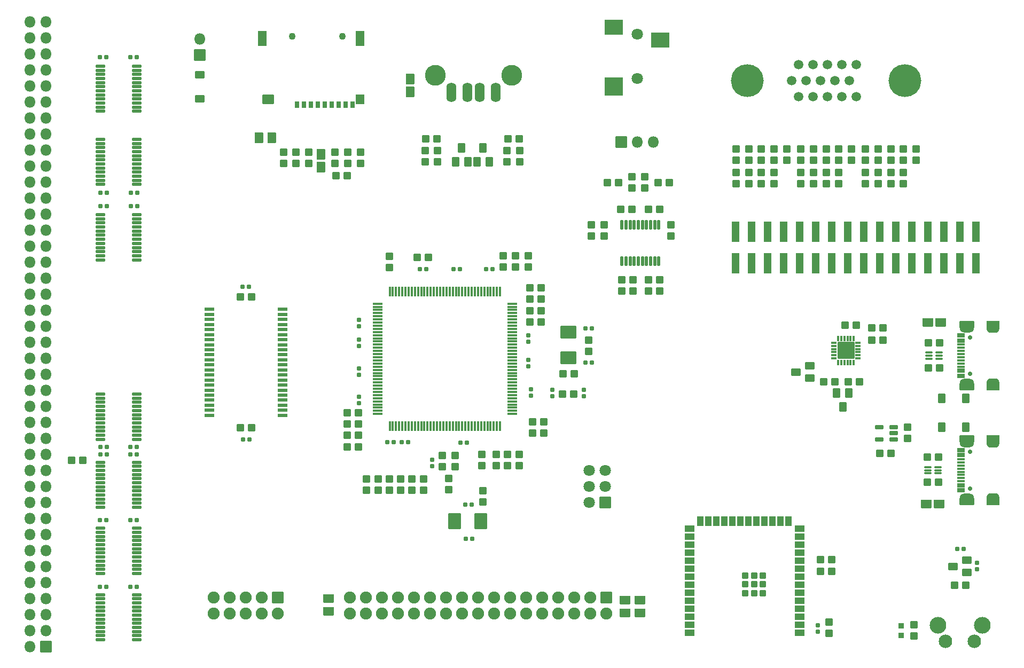
<source format=gbr>
%TF.GenerationSoftware,KiCad,Pcbnew,9.0.0*%
%TF.CreationDate,2025-05-18T10:37:10+02:00*%
%TF.ProjectId,HexAgon,48657841-676f-46e2-9e6b-696361645f70,rev?*%
%TF.SameCoordinates,Original*%
%TF.FileFunction,Soldermask,Top*%
%TF.FilePolarity,Negative*%
%FSLAX46Y46*%
G04 Gerber Fmt 4.6, Leading zero omitted, Abs format (unit mm)*
G04 Created by KiCad (PCBNEW 9.0.0) date 2025-05-18 10:37:10*
%MOMM*%
%LPD*%
G01*
G04 APERTURE LIST*
G04 Aperture macros list*
%AMRoundRect*
0 Rectangle with rounded corners*
0 $1 Rounding radius*
0 $2 $3 $4 $5 $6 $7 $8 $9 X,Y pos of 4 corners*
0 Add a 4 corners polygon primitive as box body*
4,1,4,$2,$3,$4,$5,$6,$7,$8,$9,$2,$3,0*
0 Add four circle primitives for the rounded corners*
1,1,$1+$1,$2,$3*
1,1,$1+$1,$4,$5*
1,1,$1+$1,$6,$7*
1,1,$1+$1,$8,$9*
0 Add four rect primitives between the rounded corners*
20,1,$1+$1,$2,$3,$4,$5,0*
20,1,$1+$1,$4,$5,$6,$7,0*
20,1,$1+$1,$6,$7,$8,$9,0*
20,1,$1+$1,$8,$9,$2,$3,0*%
G04 Aperture macros list end*
%ADD10RoundRect,0.050800X0.850000X0.850000X-0.850000X0.850000X-0.850000X-0.850000X0.850000X-0.850000X0*%
%ADD11O,1.801600X1.801600*%
%ADD12RoundRect,0.050800X0.750000X0.450000X-0.750000X0.450000X-0.750000X-0.450000X0.750000X-0.450000X0*%
%ADD13RoundRect,0.050800X-0.450000X0.750000X-0.450000X-0.750000X0.450000X-0.750000X0.450000X0.750000X0*%
%ADD14RoundRect,0.050800X-0.750000X-0.450000X0.750000X-0.450000X0.750000X0.450000X-0.750000X0.450000X0*%
%ADD15RoundRect,0.050800X-0.450000X-0.450000X0.450000X-0.450000X0.450000X0.450000X-0.450000X0.450000X0*%
%ADD16C,0.701600*%
%ADD17RoundRect,0.050800X1.100000X-0.550000X1.100000X0.550000X-1.100000X0.550000X-1.100000X-0.550000X0*%
%ADD18O,2.301600X1.301600*%
%ADD19RoundRect,0.050800X1.000000X-0.550000X1.000000X0.550000X-1.000000X0.550000X-1.000000X-0.550000X0*%
%ADD20O,2.101600X1.401600*%
%ADD21RoundRect,0.050800X0.575000X-0.275000X0.575000X0.275000X-0.575000X0.275000X-0.575000X-0.275000X0*%
%ADD22RoundRect,0.050800X0.575000X-0.125000X0.575000X0.125000X-0.575000X0.125000X-0.575000X-0.125000X0*%
%ADD23RoundRect,0.050800X0.500000X0.125000X-0.500000X0.125000X-0.500000X-0.125000X0.500000X-0.125000X0*%
%ADD24RoundRect,0.100400X-0.687900X-0.100400X0.687900X-0.100400X0.687900X0.100400X-0.687900X0.100400X0*%
%ADD25RoundRect,0.100400X-0.100400X-0.687900X0.100400X-0.687900X0.100400X0.687900X-0.100400X0.687900X0*%
%ADD26RoundRect,0.050800X-0.508000X0.508000X-0.508000X-0.508000X0.508000X-0.508000X0.508000X0.508000X0*%
%ADD27RoundRect,0.050800X0.250000X0.275000X-0.250000X0.275000X-0.250000X-0.275000X0.250000X-0.275000X0*%
%ADD28RoundRect,0.050800X-0.250000X-0.275000X0.250000X-0.275000X0.250000X0.275000X-0.250000X0.275000X0*%
%ADD29RoundRect,0.050800X0.508000X0.508000X-0.508000X0.508000X-0.508000X-0.508000X0.508000X-0.508000X0*%
%ADD30RoundRect,0.050800X-0.500000X-0.700000X0.500000X-0.700000X0.500000X0.700000X-0.500000X0.700000X0*%
%ADD31RoundRect,0.050800X-0.950000X-1.200000X0.950000X-1.200000X0.950000X1.200000X-0.950000X1.200000X0*%
%ADD32RoundRect,0.050800X-0.275000X0.250000X-0.275000X-0.250000X0.275000X-0.250000X0.275000X0.250000X0*%
%ADD33RoundRect,0.050800X0.275000X-0.250000X0.275000X0.250000X-0.275000X0.250000X-0.275000X-0.250000X0*%
%ADD34RoundRect,0.050800X0.762000X0.635000X-0.762000X0.635000X-0.762000X-0.635000X0.762000X-0.635000X0*%
%ADD35RoundRect,0.050800X0.850000X-0.850000X0.850000X0.850000X-0.850000X0.850000X-0.850000X-0.850000X0*%
%ADD36C,1.801600*%
%ADD37RoundRect,0.050800X-0.700000X-0.500000X0.700000X-0.500000X0.700000X0.500000X-0.700000X0.500000X0*%
%ADD38RoundRect,0.050800X-0.508000X-0.508000X0.508000X-0.508000X0.508000X0.508000X-0.508000X0.508000X0*%
%ADD39RoundRect,0.050800X0.508000X-0.508000X0.508000X0.508000X-0.508000X0.508000X-0.508000X-0.508000X0*%
%ADD40RoundRect,0.125400X-0.125400X0.662900X-0.125400X-0.662900X0.125400X-0.662900X0.125400X0.662900X0*%
%ADD41C,2.641600*%
%ADD42C,2.133600*%
%ADD43RoundRect,0.050800X-0.500000X0.700000X-0.500000X-0.700000X0.500000X-0.700000X0.500000X0.700000X0*%
%ADD44RoundRect,0.050800X-0.635000X0.762000X-0.635000X-0.762000X0.635000X-0.762000X0.635000X0.762000X0*%
%ADD45RoundRect,0.050800X0.700000X-0.500000X0.700000X0.500000X-0.700000X0.500000X-0.700000X-0.500000X0*%
%ADD46RoundRect,0.050800X0.875000X0.875000X-0.875000X0.875000X-0.875000X-0.875000X0.875000X-0.875000X0*%
%ADD47C,1.901600*%
%ADD48RoundRect,0.125400X0.662900X0.125400X-0.662900X0.125400X-0.662900X-0.125400X0.662900X-0.125400X0*%
%ADD49RoundRect,0.125400X-0.662900X-0.125400X0.662900X-0.125400X0.662900X0.125400X-0.662900X0.125400X0*%
%ADD50RoundRect,0.050800X0.500000X-1.575000X0.500000X1.575000X-0.500000X1.575000X-0.500000X-1.575000X0*%
%ADD51RoundRect,0.087900X0.375400X0.087900X-0.375400X0.087900X-0.375400X-0.087900X0.375400X-0.087900X0*%
%ADD52RoundRect,0.087900X0.087900X0.375400X-0.087900X0.375400X-0.087900X-0.375400X0.087900X-0.375400X0*%
%ADD53RoundRect,0.050800X1.300000X1.300000X-1.300000X1.300000X-1.300000X-1.300000X1.300000X-1.300000X0*%
%ADD54RoundRect,0.050800X-0.762000X-0.635000X0.762000X-0.635000X0.762000X0.635000X-0.762000X0.635000X0*%
%ADD55RoundRect,0.050800X-0.400000X0.400000X-0.400000X-0.400000X0.400000X-0.400000X0.400000X0.400000X0*%
%ADD56RoundRect,0.050800X-0.750000X0.200000X-0.750000X-0.200000X0.750000X-0.200000X0.750000X0.200000X0*%
%ADD57O,1.601600X3.101600*%
%ADD58C,3.301600*%
%ADD59RoundRect,0.050800X0.635000X-0.762000X0.635000X0.762000X-0.635000X0.762000X-0.635000X-0.762000X0*%
%ADD60R,0.700000X1.100000*%
%ADD61C,1.101600*%
%ADD62RoundRect,0.100000X-0.600000X-0.700000X0.600000X-0.700000X0.600000X0.700000X-0.600000X0.700000X0*%
%ADD63RoundRect,0.100000X-0.800000X-0.700000X0.800000X-0.700000X0.800000X0.700000X-0.800000X0.700000X0*%
%ADD64RoundRect,0.100000X-0.600000X-1.100000X0.600000X-1.100000X0.600000X1.100000X-0.600000X1.100000X0*%
%ADD65RoundRect,0.175400X0.537900X0.175400X-0.537900X0.175400X-0.537900X-0.175400X0.537900X-0.175400X0*%
%ADD66RoundRect,0.050800X-1.400000X-1.100000X1.400000X-1.100000X1.400000X1.100000X-1.400000X1.100000X0*%
%ADD67RoundRect,0.050800X-1.400000X-1.400000X1.400000X-1.400000X1.400000X1.400000X-1.400000X1.400000X0*%
%ADD68C,1.501600*%
%ADD69C,5.201600*%
%ADD70RoundRect,0.050800X0.500000X-0.700000X0.500000X0.700000X-0.500000X0.700000X-0.500000X-0.700000X0*%
%ADD71RoundRect,0.050800X-1.200000X0.950000X-1.200000X-0.950000X1.200000X-0.950000X1.200000X0.950000X0*%
G04 APERTURE END LIST*
D10*
%TO.C,J2*%
X86040000Y-144540000D03*
D11*
X83500000Y-144540000D03*
X86040000Y-142000000D03*
X83500000Y-142000000D03*
X86040000Y-139460000D03*
X83500000Y-139460000D03*
X86040000Y-136920000D03*
X83500000Y-136920000D03*
X86040000Y-134380000D03*
X83500000Y-134380000D03*
X86040000Y-131840000D03*
X83500000Y-131840000D03*
X86040000Y-129300000D03*
X83500000Y-129300000D03*
X86040000Y-126760000D03*
X83500000Y-126760000D03*
X86040000Y-124220000D03*
X83500000Y-124220000D03*
X86040000Y-121680000D03*
X83500000Y-121680000D03*
X86040000Y-119140000D03*
X83500000Y-119140000D03*
X86040000Y-116600000D03*
X83500000Y-116600000D03*
X86040000Y-114060000D03*
X83500000Y-114060000D03*
X86040000Y-111520000D03*
X83500000Y-111520000D03*
X86040000Y-108980000D03*
X83500000Y-108980000D03*
X86040000Y-106440000D03*
X83500000Y-106440000D03*
X86040000Y-103900000D03*
X83500000Y-103900000D03*
X86040000Y-101360000D03*
X83500000Y-101360000D03*
X86040000Y-98820000D03*
X83500000Y-98820000D03*
X86040000Y-96280000D03*
X83500000Y-96280000D03*
X86040000Y-93740000D03*
X83500000Y-93740000D03*
X86040000Y-91200000D03*
X83500000Y-91200000D03*
X86040000Y-88660000D03*
X83500000Y-88660000D03*
X86040000Y-86120000D03*
X83500000Y-86120000D03*
X86040000Y-83580000D03*
X83500000Y-83580000D03*
X86040000Y-81040000D03*
X83500000Y-81040000D03*
X86040000Y-78500000D03*
X83500000Y-78500000D03*
X86040000Y-75960000D03*
X83500000Y-75960000D03*
X86040000Y-73420000D03*
X83500000Y-73420000D03*
X86040000Y-70880000D03*
X83500000Y-70880000D03*
X86040000Y-68340000D03*
X83500000Y-68340000D03*
X86040000Y-65800000D03*
X83500000Y-65800000D03*
X86040000Y-63260000D03*
X83500000Y-63260000D03*
X86040000Y-60720000D03*
X83500000Y-60720000D03*
X86040000Y-58180000D03*
X83500000Y-58180000D03*
X86040000Y-55640000D03*
X83500000Y-55640000D03*
X86040000Y-53100000D03*
X83500000Y-53100000D03*
X86040000Y-50560000D03*
X83500000Y-50560000D03*
X86040000Y-48020000D03*
X83500000Y-48020000D03*
X86040000Y-45480000D03*
X83500000Y-45480000D03*
%TD*%
D12*
%TO.C,U2*%
X205500000Y-142400000D03*
X205500000Y-141130000D03*
X205500000Y-139860000D03*
X205500000Y-138590000D03*
X205500000Y-137320000D03*
X205500000Y-136050000D03*
X205500000Y-134780000D03*
X205500000Y-133510000D03*
X205500000Y-132240000D03*
X205500000Y-130970000D03*
X205500000Y-129700000D03*
X205500000Y-128430000D03*
X205500000Y-127160000D03*
X205500000Y-125890000D03*
D13*
X203735000Y-124640000D03*
X202465000Y-124640000D03*
X201195000Y-124640000D03*
X199925000Y-124640000D03*
X198655000Y-124640000D03*
X197385000Y-124640000D03*
X196115000Y-124640000D03*
X194845000Y-124640000D03*
X193575000Y-124640000D03*
X192305000Y-124640000D03*
X191035000Y-124640000D03*
X189765000Y-124640000D03*
D14*
X188000000Y-125890000D03*
X188000000Y-127160000D03*
X188000000Y-128430000D03*
X188000000Y-129700000D03*
X188000000Y-130970000D03*
X188000000Y-132240000D03*
X188000000Y-133510000D03*
X188000000Y-134780000D03*
X188000000Y-136050000D03*
X188000000Y-137320000D03*
X188000000Y-138590000D03*
X188000000Y-139860000D03*
X188000000Y-141130000D03*
X188000000Y-142400000D03*
D15*
X199650000Y-136080000D03*
X199650000Y-134680000D03*
X199650000Y-133280000D03*
X199650000Y-133280000D03*
X198250000Y-136080000D03*
X198250000Y-136080000D03*
X198250000Y-134680000D03*
X198250000Y-133280000D03*
X196850000Y-136080000D03*
X196850000Y-134680000D03*
X196850000Y-133280000D03*
%TD*%
D16*
%TO.C,USBC_UART0*%
X232455312Y-95531038D03*
X232455312Y-101311038D03*
D17*
X231955312Y-93493438D03*
D18*
X231955312Y-94101038D03*
X231955312Y-102741038D03*
D17*
X231955312Y-103348638D03*
D19*
X236135312Y-93493438D03*
D20*
X236135312Y-94101038D03*
X236135312Y-102741038D03*
D19*
X236135312Y-103348638D03*
D21*
X231053312Y-101621038D03*
X231053312Y-100821038D03*
D22*
X231053312Y-99671038D03*
X231053312Y-98671038D03*
X231053312Y-98171038D03*
X231053312Y-97171038D03*
D21*
X231053312Y-96021038D03*
X231053312Y-95221038D03*
X231053312Y-95221038D03*
X231053312Y-96021038D03*
D22*
X231053312Y-96671038D03*
X231053312Y-97671038D03*
X231053312Y-99171038D03*
X231053312Y-100171038D03*
D21*
X231053312Y-100821038D03*
X231053312Y-101621038D03*
%TD*%
%TO.C,USBC_OTG0*%
X231053312Y-119800000D03*
X231053312Y-119000000D03*
D22*
X231053312Y-118350000D03*
X231053312Y-117350000D03*
X231053312Y-115850000D03*
X231053312Y-114850000D03*
D21*
X231053312Y-114200000D03*
X231053312Y-113400000D03*
X231053312Y-113400000D03*
X231053312Y-114200000D03*
D22*
X231053312Y-115350000D03*
X231053312Y-116350000D03*
X231053312Y-116850000D03*
X231053312Y-117850000D03*
D21*
X231053312Y-119000000D03*
X231053312Y-119800000D03*
D19*
X236135312Y-121527600D03*
D20*
X236135312Y-120920000D03*
X236135312Y-112280000D03*
D19*
X236135312Y-111672400D03*
D17*
X231955312Y-121527600D03*
D18*
X231955312Y-120920000D03*
X231955312Y-112280000D03*
D17*
X231955312Y-111672400D03*
D16*
X232455312Y-119490000D03*
X232455312Y-113710000D03*
%TD*%
D23*
%TO.C,U7*%
X225990000Y-98900000D03*
X225990000Y-98400000D03*
X225990000Y-97900000D03*
X227610000Y-97900000D03*
X227610000Y-98400000D03*
X227610000Y-98900000D03*
%TD*%
D24*
%TO.C,U5*%
X138587500Y-90187500D03*
X138587500Y-90687500D03*
X138587500Y-91187500D03*
X138587500Y-91687500D03*
X138587500Y-92187500D03*
X138587500Y-92687500D03*
X138587500Y-93187500D03*
X138587500Y-93687500D03*
X138587500Y-94187500D03*
X138587500Y-94687500D03*
X138587500Y-95187500D03*
X138587500Y-95687500D03*
X138587500Y-96187500D03*
X138587500Y-96687500D03*
X138587500Y-97187500D03*
X138587500Y-97687500D03*
X138587500Y-98187500D03*
X138587500Y-98687500D03*
X138587500Y-99187500D03*
X138587500Y-99687500D03*
X138587500Y-100187500D03*
X138587500Y-100687500D03*
X138587500Y-101187500D03*
X138587500Y-101687500D03*
X138587500Y-102187500D03*
X138587500Y-102687500D03*
X138587500Y-103187500D03*
X138587500Y-103687500D03*
X138587500Y-104187500D03*
X138587500Y-104687500D03*
X138587500Y-105187500D03*
X138587500Y-105687500D03*
X138587500Y-106187500D03*
X138587500Y-106687500D03*
X138587500Y-107187500D03*
X138587500Y-107687500D03*
D25*
X140500000Y-109600000D03*
X141000000Y-109600000D03*
X141500000Y-109600000D03*
X142000000Y-109600000D03*
X142500000Y-109600000D03*
X143000000Y-109600000D03*
X143500000Y-109600000D03*
X144000000Y-109600000D03*
X144500000Y-109600000D03*
X145000000Y-109600000D03*
X145500000Y-109600000D03*
X146000000Y-109600000D03*
X146500000Y-109600000D03*
X147000000Y-109600000D03*
X147500000Y-109600000D03*
X148000000Y-109600000D03*
X148500000Y-109600000D03*
X149000000Y-109600000D03*
X149500000Y-109600000D03*
X150000000Y-109600000D03*
X150500000Y-109600000D03*
X151000000Y-109600000D03*
X151500000Y-109600000D03*
X152000000Y-109600000D03*
X152500000Y-109600000D03*
X153000000Y-109600000D03*
X153500000Y-109600000D03*
X154000000Y-109600000D03*
X154500000Y-109600000D03*
X155000000Y-109600000D03*
X155500000Y-109600000D03*
X156000000Y-109600000D03*
X156500000Y-109600000D03*
X157000000Y-109600000D03*
X157500000Y-109600000D03*
X158000000Y-109600000D03*
D24*
X159912500Y-107687500D03*
X159912500Y-107187500D03*
X159912500Y-106687500D03*
X159912500Y-106187500D03*
X159912500Y-105687500D03*
X159912500Y-105187500D03*
X159912500Y-104687500D03*
X159912500Y-104187500D03*
X159912500Y-103687500D03*
X159912500Y-103187500D03*
X159912500Y-102687500D03*
X159912500Y-102187500D03*
X159912500Y-101687500D03*
X159912500Y-101187500D03*
X159912500Y-100687500D03*
X159912500Y-100187500D03*
X159912500Y-99687500D03*
X159912500Y-99187500D03*
X159912500Y-98687500D03*
X159912500Y-98187500D03*
X159912500Y-97687500D03*
X159912500Y-97187500D03*
X159912500Y-96687500D03*
X159912500Y-96187500D03*
X159912500Y-95687500D03*
X159912500Y-95187500D03*
X159912500Y-94687500D03*
X159912500Y-94187500D03*
X159912500Y-93687500D03*
X159912500Y-93187500D03*
X159912500Y-92687500D03*
X159912500Y-92187500D03*
X159912500Y-91687500D03*
X159912500Y-91187500D03*
X159912500Y-90687500D03*
X159912500Y-90187500D03*
D25*
X158000000Y-88275000D03*
X157500000Y-88275000D03*
X157000000Y-88275000D03*
X156500000Y-88275000D03*
X156000000Y-88275000D03*
X155500000Y-88275000D03*
X155000000Y-88275000D03*
X154500000Y-88275000D03*
X154000000Y-88275000D03*
X153500000Y-88275000D03*
X153000000Y-88275000D03*
X152500000Y-88275000D03*
X152000000Y-88275000D03*
X151500000Y-88275000D03*
X151000000Y-88275000D03*
X150500000Y-88275000D03*
X150000000Y-88275000D03*
X149500000Y-88275000D03*
X149000000Y-88275000D03*
X148500000Y-88275000D03*
X148000000Y-88275000D03*
X147500000Y-88275000D03*
X147000000Y-88275000D03*
X146500000Y-88275000D03*
X146000000Y-88275000D03*
X145500000Y-88275000D03*
X145000000Y-88275000D03*
X144500000Y-88275000D03*
X144000000Y-88275000D03*
X143500000Y-88275000D03*
X143000000Y-88275000D03*
X142500000Y-88275000D03*
X142000000Y-88275000D03*
X141500000Y-88275000D03*
X141000000Y-88275000D03*
X140500000Y-88275000D03*
%TD*%
D26*
%TO.C,R16*%
X201424840Y-69421000D03*
X201424840Y-71199000D03*
%TD*%
%TO.C,R79*%
X133855500Y-66211000D03*
X133855500Y-67989000D03*
%TD*%
D27*
%TO.C,C58*%
X99492000Y-74710000D03*
D28*
X100508000Y-74710000D03*
%TD*%
D29*
%TO.C,R69*%
X164539000Y-87687500D03*
X162761000Y-87687500D03*
%TD*%
D30*
%TO.C,D4*%
X227999412Y-109814754D03*
X231799412Y-109814754D03*
%TD*%
D26*
%TO.C,R75*%
X160450000Y-82598500D03*
X160450000Y-84376500D03*
%TD*%
D31*
%TO.C,Y2*%
X150800000Y-124706981D03*
X154900000Y-124706981D03*
%TD*%
D32*
%TO.C,C39*%
X135650000Y-101508000D03*
D33*
X135650000Y-100492000D03*
%TD*%
D32*
%TO.C,C38*%
X135650000Y-96900000D03*
D33*
X135650000Y-95884000D03*
%TD*%
D28*
%TO.C,C2*%
X153558000Y-127496981D03*
D27*
X152542000Y-127496981D03*
%TD*%
%TO.C,C56*%
X99400000Y-114110000D03*
D28*
X100416000Y-114110000D03*
%TD*%
D27*
%TO.C,C63*%
X99492000Y-72630000D03*
D28*
X100508000Y-72630000D03*
%TD*%
D26*
%TO.C,R9*%
X207674840Y-69421000D03*
X207674840Y-71199000D03*
%TD*%
%TO.C,R17*%
X211674840Y-69421000D03*
X211674840Y-71199000D03*
%TD*%
D34*
%TO.C,L4*%
X227616000Y-122000000D03*
X225584000Y-122000000D03*
%TD*%
D35*
%TO.C,ZDI1*%
X174670000Y-121740000D03*
D36*
X172130000Y-121740000D03*
X174670000Y-119200000D03*
X172130000Y-119200000D03*
X174670000Y-116660000D03*
X172130000Y-116660000D03*
%TD*%
D37*
%TO.C,Q5*%
X207117440Y-101974960D03*
X207117440Y-100072500D03*
X204907640Y-101027540D03*
%TD*%
D26*
%TO.C,R73*%
X131855500Y-66211000D03*
X131855500Y-67989000D03*
%TD*%
D29*
%TO.C,R68*%
X164539000Y-91287500D03*
X162761000Y-91287500D03*
%TD*%
D26*
%TO.C,R35*%
X138650000Y-118022000D03*
X138650000Y-119800000D03*
%TD*%
D38*
%TO.C,C66*%
X216911000Y-96000000D03*
X218689000Y-96000000D03*
%TD*%
%TO.C,R66*%
X167911000Y-104500000D03*
X169689000Y-104500000D03*
%TD*%
D39*
%TO.C,R51*%
X223600000Y-142889000D03*
X223600000Y-141111000D03*
%TD*%
D27*
%TO.C,C15*%
X171542000Y-99537500D03*
D28*
X172558000Y-99537500D03*
%TD*%
D34*
%TO.C,L3*%
X227816000Y-93200000D03*
X225784000Y-93200000D03*
%TD*%
D26*
%TO.C,C27*%
X222600000Y-109800000D03*
X222600000Y-111578000D03*
%TD*%
D29*
%TO.C,C20*%
X183289000Y-86400000D03*
X181511000Y-86400000D03*
%TD*%
D39*
%TO.C,R38*%
X149850000Y-119706981D03*
X149850000Y-117928981D03*
%TD*%
D27*
%TO.C,C62*%
X99400000Y-124510000D03*
D28*
X100416000Y-124510000D03*
%TD*%
D39*
%TO.C,R32*%
X221924840Y-67449000D03*
X221924840Y-65671000D03*
%TD*%
%TO.C,C12*%
X174450000Y-79428000D03*
X174450000Y-77650000D03*
%TD*%
D26*
%TO.C,R20*%
X178900000Y-70111000D03*
X178900000Y-71889000D03*
%TD*%
D29*
%TO.C,R86*%
X214489000Y-93600000D03*
X212711000Y-93600000D03*
%TD*%
D40*
%TO.C,U9*%
X183150000Y-77700000D03*
X182500000Y-77700000D03*
X181850000Y-77700000D03*
X181200000Y-77700000D03*
X180550000Y-77700000D03*
X179900000Y-77700000D03*
X179250000Y-77700000D03*
X178600000Y-77700000D03*
X177950000Y-77700000D03*
X177300000Y-77700000D03*
X177300000Y-83425000D03*
X177950000Y-83425000D03*
X178600000Y-83425000D03*
X179250000Y-83425000D03*
X179900000Y-83425000D03*
X180550000Y-83425000D03*
X181200000Y-83425000D03*
X181850000Y-83425000D03*
X182500000Y-83425000D03*
X183150000Y-83425000D03*
%TD*%
D41*
%TO.C,BTN1*%
X227389600Y-141200000D03*
X234400000Y-141200000D03*
D42*
X228634200Y-143689200D03*
X233155400Y-143689200D03*
%TD*%
D38*
%TO.C,C26*%
X218211000Y-113939000D03*
X219989000Y-113939000D03*
%TD*%
D27*
%TO.C,C3*%
X230494800Y-129044600D03*
D28*
X231510800Y-129044600D03*
%TD*%
D26*
%TO.C,R80*%
X144050000Y-118022000D03*
X144050000Y-119800000D03*
%TD*%
D29*
%TO.C,R58*%
X135539000Y-107487500D03*
X133761000Y-107487500D03*
%TD*%
D43*
%TO.C,FET2*%
X150961040Y-67726440D03*
X152863500Y-67726440D03*
X151908460Y-65516640D03*
%TD*%
D26*
%TO.C,R13*%
X209674840Y-69421000D03*
X209674840Y-71199000D03*
%TD*%
D29*
%TO.C,R70*%
X164539000Y-89487500D03*
X162761000Y-89487500D03*
%TD*%
D35*
%TO.C,J1*%
X177175000Y-64600000D03*
D11*
X179715000Y-64600000D03*
X182255000Y-64600000D03*
%TD*%
D44*
%TO.C,L2*%
X143800000Y-54584000D03*
X143800000Y-56616000D03*
%TD*%
D45*
%TO.C,D3*%
X110400000Y-57700000D03*
X110400000Y-53900000D03*
%TD*%
D46*
%TO.C,GPIO1*%
X174830000Y-136807500D03*
D47*
X174830000Y-139347500D03*
X172290000Y-136807500D03*
X172290000Y-139347500D03*
X169750000Y-136807500D03*
X169750000Y-139347500D03*
X167210000Y-136807500D03*
X167210000Y-139347500D03*
X164670000Y-136807500D03*
X164670000Y-139347500D03*
X162130000Y-136807500D03*
X162130000Y-139347500D03*
X159590000Y-136807500D03*
X159590000Y-139347500D03*
X157050000Y-136807500D03*
X157050000Y-139347500D03*
X154510000Y-136807500D03*
X154510000Y-139347500D03*
X151970000Y-136807500D03*
X151970000Y-139347500D03*
X149430000Y-136807500D03*
X149430000Y-139347500D03*
X146890000Y-136807500D03*
X146890000Y-139347500D03*
X144350000Y-136807500D03*
X144350000Y-139347500D03*
X141810000Y-136807500D03*
X141810000Y-139347500D03*
X139270000Y-136807500D03*
X139270000Y-139347500D03*
X136730000Y-136807500D03*
X136730000Y-139347500D03*
X134190000Y-136807500D03*
X134190000Y-139347500D03*
%TD*%
D26*
%TO.C,R72*%
X127655500Y-66211000D03*
X127655500Y-67989000D03*
%TD*%
D48*
%TO.C,U1*%
X100402500Y-71285000D03*
X100402500Y-70635000D03*
X100402500Y-69985000D03*
X100402500Y-69335000D03*
X100402500Y-68685000D03*
X100402500Y-68035000D03*
X100402500Y-67385000D03*
X100402500Y-66735000D03*
X100402500Y-66085000D03*
X100402500Y-65435000D03*
X100402500Y-64785000D03*
X100402500Y-64135000D03*
X94677500Y-64135000D03*
X94677500Y-64785000D03*
X94677500Y-65435000D03*
X94677500Y-66085000D03*
X94677500Y-66735000D03*
X94677500Y-67385000D03*
X94677500Y-68035000D03*
X94677500Y-68685000D03*
X94677500Y-69335000D03*
X94677500Y-69985000D03*
X94677500Y-70635000D03*
X94677500Y-71285000D03*
%TD*%
D29*
%TO.C,C21*%
X179089000Y-86400000D03*
X177311000Y-86400000D03*
%TD*%
D28*
%TO.C,C52*%
X95708000Y-112910000D03*
D27*
X94692000Y-112910000D03*
%TD*%
D29*
%TO.C,C16*%
X179089000Y-88200000D03*
X177311000Y-88200000D03*
%TD*%
D39*
%TO.C,C13*%
X172500000Y-79489000D03*
X172500000Y-77711000D03*
%TD*%
D26*
%TO.C,R2*%
X195424840Y-65671000D03*
X195424840Y-67449000D03*
%TD*%
D49*
%TO.C,U11*%
X94677500Y-136340000D03*
X94677500Y-136990000D03*
X94677500Y-137640000D03*
X94677500Y-138290000D03*
X94677500Y-138940000D03*
X94677500Y-139590000D03*
X94677500Y-140240000D03*
X94677500Y-140890000D03*
X94677500Y-141540000D03*
X94677500Y-142190000D03*
X94677500Y-142840000D03*
X94677500Y-143490000D03*
X100402500Y-143490000D03*
X100402500Y-142840000D03*
X100402500Y-142190000D03*
X100402500Y-141540000D03*
X100402500Y-140890000D03*
X100402500Y-140240000D03*
X100402500Y-139590000D03*
X100402500Y-138940000D03*
X100402500Y-138290000D03*
X100402500Y-137640000D03*
X100402500Y-136990000D03*
X100402500Y-136340000D03*
%TD*%
D26*
%TO.C,R76*%
X125655500Y-66211000D03*
X125655500Y-67989000D03*
%TD*%
%TO.C,R8*%
X197424840Y-69421000D03*
X197424840Y-71199000D03*
%TD*%
%TO.C,R5*%
X205674840Y-69421000D03*
X205674840Y-71199000D03*
%TD*%
D23*
%TO.C,U8*%
X227420000Y-117100000D03*
X227420000Y-116600000D03*
X227420000Y-116100000D03*
X225800000Y-116100000D03*
X225800000Y-116600000D03*
X225800000Y-117100000D03*
%TD*%
D49*
%TO.C,U10*%
X94677500Y-125815000D03*
X94677500Y-126465000D03*
X94677500Y-127115000D03*
X94677500Y-127765000D03*
X94677500Y-128415000D03*
X94677500Y-129065000D03*
X94677500Y-129715000D03*
X94677500Y-130365000D03*
X94677500Y-131015000D03*
X94677500Y-131665000D03*
X94677500Y-132315000D03*
X94677500Y-132965000D03*
X100402500Y-132965000D03*
X100402500Y-132315000D03*
X100402500Y-131665000D03*
X100402500Y-131015000D03*
X100402500Y-130365000D03*
X100402500Y-129715000D03*
X100402500Y-129065000D03*
X100402500Y-128415000D03*
X100402500Y-127765000D03*
X100402500Y-127115000D03*
X100402500Y-126465000D03*
X100402500Y-125815000D03*
%TD*%
D39*
%TO.C,R46*%
X161111000Y-67708000D03*
X161111000Y-65930000D03*
%TD*%
D26*
%TO.C,R28*%
X217924840Y-65671000D03*
X217924840Y-67449000D03*
%TD*%
D27*
%TO.C,C60*%
X99400000Y-135110000D03*
D28*
X100416000Y-135110000D03*
%TD*%
D50*
%TO.C,J3*%
X195340000Y-83800000D03*
X195340000Y-78750000D03*
X197880000Y-83800000D03*
X197880000Y-78750000D03*
X200420000Y-83800000D03*
X200420000Y-78750000D03*
X202960000Y-83800000D03*
X202960000Y-78750000D03*
X205500000Y-83800000D03*
X205500000Y-78750000D03*
X208040000Y-83800000D03*
X208040000Y-78750000D03*
X210580000Y-83800000D03*
X210580000Y-78750000D03*
X213120000Y-83800000D03*
X213120000Y-78750000D03*
X215660000Y-83800000D03*
X215660000Y-78750000D03*
X218200000Y-83800000D03*
X218200000Y-78750000D03*
X220740000Y-83800000D03*
X220740000Y-78750000D03*
X223280000Y-83800000D03*
X223280000Y-78750000D03*
X225820000Y-83800000D03*
X225820000Y-78750000D03*
X228360000Y-83800000D03*
X228360000Y-78750000D03*
X230900000Y-83800000D03*
X230900000Y-78750000D03*
X233440000Y-83800000D03*
X233440000Y-78750000D03*
%TD*%
D49*
%TO.C,U16*%
X94677500Y-115335000D03*
X94677500Y-115985000D03*
X94677500Y-116635000D03*
X94677500Y-117285000D03*
X94677500Y-117935000D03*
X94677500Y-118585000D03*
X94677500Y-119235000D03*
X94677500Y-119885000D03*
X94677500Y-120535000D03*
X94677500Y-121185000D03*
X94677500Y-121835000D03*
X94677500Y-122485000D03*
X100402500Y-122485000D03*
X100402500Y-121835000D03*
X100402500Y-121185000D03*
X100402500Y-120535000D03*
X100402500Y-119885000D03*
X100402500Y-119235000D03*
X100402500Y-118585000D03*
X100402500Y-117935000D03*
X100402500Y-117285000D03*
X100402500Y-116635000D03*
X100402500Y-115985000D03*
X100402500Y-115335000D03*
%TD*%
D38*
%TO.C,C17*%
X181511000Y-75200000D03*
X183289000Y-75200000D03*
%TD*%
D26*
%TO.C,R65*%
X155100000Y-114111000D03*
X155100000Y-115889000D03*
%TD*%
D30*
%TO.C,D5*%
X228003148Y-105193702D03*
X231803148Y-105193702D03*
%TD*%
D45*
%TO.C,U3*%
X231994800Y-132794600D03*
X231994800Y-130894600D03*
X229794800Y-131844600D03*
%TD*%
D38*
%TO.C,R78*%
X131966500Y-69900000D03*
X133744500Y-69900000D03*
%TD*%
D29*
%TO.C,R18*%
X227499000Y-118527600D03*
X225721000Y-118527600D03*
%TD*%
D39*
%TO.C,R11*%
X209674840Y-67449000D03*
X209674840Y-65671000D03*
%TD*%
D51*
%TO.C,U12*%
X214747500Y-98875000D03*
X214747500Y-98375000D03*
X214747500Y-97875000D03*
X214747500Y-97375000D03*
X214747500Y-96875000D03*
X214747500Y-96375000D03*
D52*
X214060000Y-95687500D03*
X213560000Y-95687500D03*
X213060000Y-95687500D03*
X212560000Y-95687500D03*
X212060000Y-95687500D03*
X211560000Y-95687500D03*
D51*
X210872500Y-96375000D03*
X210872500Y-96875000D03*
X210872500Y-97375000D03*
X210872500Y-97875000D03*
X210872500Y-98375000D03*
X210872500Y-98875000D03*
D52*
X211560000Y-99562500D03*
X212060000Y-99562500D03*
X212560000Y-99562500D03*
X213060000Y-99562500D03*
X213560000Y-99562500D03*
X214060000Y-99562500D03*
D53*
X212810000Y-97625000D03*
%TD*%
D38*
%TO.C,C29*%
X116798500Y-89102008D03*
X118576500Y-89102008D03*
%TD*%
D29*
%TO.C,C14*%
X183289000Y-88200000D03*
X181511000Y-88200000D03*
%TD*%
D26*
%TO.C,R22*%
X180900000Y-70111000D03*
X180900000Y-71889000D03*
%TD*%
D54*
%TO.C,C18*%
X177800000Y-137184000D03*
X177800000Y-139216000D03*
%TD*%
D26*
%TO.C,C25*%
X210155000Y-140701000D03*
X210155000Y-142479000D03*
%TD*%
%TO.C,R6*%
X197424840Y-65671000D03*
X197424840Y-67449000D03*
%TD*%
%TO.C,R49*%
X157400000Y-114134966D03*
X157400000Y-115912966D03*
%TD*%
D29*
%TO.C,R85*%
X211089000Y-102600000D03*
X209311000Y-102600000D03*
%TD*%
D26*
%TO.C,R44*%
X159111000Y-65930000D03*
X159111000Y-67708000D03*
%TD*%
%TO.C,R3*%
X205674840Y-65671000D03*
X205674840Y-67449000D03*
%TD*%
%TO.C,R45*%
X148111000Y-65930000D03*
X148111000Y-67708000D03*
%TD*%
D28*
%TO.C,C42*%
X143416000Y-112137500D03*
D27*
X142400000Y-112137500D03*
%TD*%
D33*
%TO.C,C35*%
X171300000Y-103892000D03*
D32*
X171300000Y-104908000D03*
%TD*%
D27*
%TO.C,C51*%
X99400000Y-112910000D03*
D28*
X100416000Y-112910000D03*
%TD*%
D29*
%TO.C,R34*%
X210578000Y-132600000D03*
X208800000Y-132600000D03*
%TD*%
D39*
%TO.C,R14*%
X201424840Y-67449000D03*
X201424840Y-65671000D03*
%TD*%
D33*
%TO.C,C45*%
X162450000Y-99137500D03*
D32*
X162450000Y-100153500D03*
%TD*%
D29*
%TO.C,C32*%
X118576500Y-109902008D03*
X116798500Y-109902008D03*
%TD*%
%TO.C,R82*%
X214938000Y-102600000D03*
X213160000Y-102600000D03*
%TD*%
D26*
%TO.C,R31*%
X219924840Y-69421000D03*
X219924840Y-71199000D03*
%TD*%
%TO.C,R26*%
X215924840Y-65671000D03*
X215924840Y-67449000D03*
%TD*%
D43*
%TO.C,FET1*%
X154361040Y-67726440D03*
X156263500Y-67726440D03*
X155308460Y-65516640D03*
%TD*%
D29*
%TO.C,R56*%
X164889000Y-108900000D03*
X163111000Y-108900000D03*
%TD*%
D49*
%TO.C,U15*%
X94677500Y-52540000D03*
X94677500Y-53190000D03*
X94677500Y-53840000D03*
X94677500Y-54490000D03*
X94677500Y-55140000D03*
X94677500Y-55790000D03*
X94677500Y-56440000D03*
X94677500Y-57090000D03*
X94677500Y-57740000D03*
X94677500Y-58390000D03*
X94677500Y-59040000D03*
X94677500Y-59690000D03*
X100402500Y-59690000D03*
X100402500Y-59040000D03*
X100402500Y-58390000D03*
X100402500Y-57740000D03*
X100402500Y-57090000D03*
X100402500Y-56440000D03*
X100402500Y-55790000D03*
X100402500Y-55140000D03*
X100402500Y-54490000D03*
X100402500Y-53840000D03*
X100402500Y-53190000D03*
X100402500Y-52540000D03*
%TD*%
D27*
%TO.C,C48*%
X150634000Y-84737500D03*
D28*
X151650000Y-84737500D03*
%TD*%
D55*
%TO.C,POWER1*%
X221600000Y-142762000D03*
X221600000Y-141238000D03*
%TD*%
D26*
%TO.C,R64*%
X142250000Y-118022000D03*
X142250000Y-119800000D03*
%TD*%
D32*
%TO.C,C28*%
X135650000Y-93737500D03*
D33*
X135650000Y-92721500D03*
%TD*%
D39*
%TO.C,R48*%
X161000000Y-115889000D03*
X161000000Y-114111000D03*
%TD*%
%TO.C,R25*%
X213674840Y-67449000D03*
X213674840Y-65671000D03*
%TD*%
D27*
%TO.C,C1*%
X152450000Y-122096981D03*
D28*
X153466000Y-122096981D03*
%TD*%
D27*
%TO.C,C30*%
X117179500Y-87502008D03*
D28*
X118195500Y-87502008D03*
%TD*%
%TO.C,C59*%
X95600000Y-135110000D03*
D27*
X94584000Y-135110000D03*
%TD*%
D33*
%TO.C,C34*%
X147250000Y-114911481D03*
D32*
X147250000Y-115927481D03*
%TD*%
D46*
%TO.C,UEXT1*%
X122760000Y-136780830D03*
D47*
X122760000Y-139320830D03*
X120220000Y-136780830D03*
X120220000Y-139320830D03*
X117680000Y-136780830D03*
X117680000Y-139320830D03*
X115140000Y-136780830D03*
X115140000Y-139320830D03*
X112600000Y-136780830D03*
X112600000Y-139320830D03*
%TD*%
D39*
%TO.C,R23*%
X158450000Y-84376500D03*
X158450000Y-82598500D03*
%TD*%
%TO.C,R36*%
X223924840Y-67449000D03*
X223924840Y-65671000D03*
%TD*%
D28*
%TO.C,C57*%
X95708000Y-74710000D03*
D27*
X94692000Y-74710000D03*
%TD*%
D32*
%TO.C,C40*%
X135650000Y-105937500D03*
D33*
X135650000Y-104921500D03*
%TD*%
D29*
%TO.C,R59*%
X164889000Y-110700000D03*
X163111000Y-110700000D03*
%TD*%
D38*
%TO.C,C65*%
X216911000Y-94000000D03*
X218689000Y-94000000D03*
%TD*%
D26*
%TO.C,R7*%
X207674840Y-65671000D03*
X207674840Y-67449000D03*
%TD*%
D39*
%TO.C,R10*%
X199424840Y-67449000D03*
X199424840Y-65671000D03*
%TD*%
D26*
%TO.C,R63*%
X140450000Y-118022000D03*
X140450000Y-119800000D03*
%TD*%
D56*
%TO.C,U4*%
X111887500Y-91102008D03*
X111887500Y-91902008D03*
X111887500Y-92702008D03*
X111887500Y-93502008D03*
X111887500Y-94302008D03*
X111887500Y-95102008D03*
X111887500Y-95902008D03*
X111887500Y-96702008D03*
X111887500Y-97502008D03*
X111887500Y-98302008D03*
X111887500Y-99102008D03*
X111887500Y-99902008D03*
X111887500Y-100702008D03*
X111887500Y-101502008D03*
X111887500Y-102302008D03*
X111887500Y-103102008D03*
X111887500Y-103902008D03*
X111887500Y-104702008D03*
X111887500Y-105502008D03*
X111887500Y-106302008D03*
X111887500Y-107102008D03*
X111887500Y-107902008D03*
X123487500Y-107902008D03*
X123487500Y-107102008D03*
X123487500Y-106302008D03*
X123487500Y-105502008D03*
X123487500Y-104702008D03*
X123487500Y-103902008D03*
X123487500Y-103102008D03*
X123487500Y-102302008D03*
X123487500Y-101502008D03*
X123487500Y-100702008D03*
X123487500Y-99902008D03*
X123487500Y-99102008D03*
X123487500Y-98302008D03*
X123487500Y-97502008D03*
X123487500Y-96702008D03*
X123487500Y-95902008D03*
X123487500Y-95102008D03*
X123487500Y-94302008D03*
X123487500Y-93502008D03*
X123487500Y-92702008D03*
X123487500Y-91902008D03*
X123487500Y-91102008D03*
%TD*%
D29*
%TO.C,R39*%
X135539000Y-111087500D03*
X133761000Y-111087500D03*
%TD*%
D10*
%TO.C,BT1*%
X110400000Y-50775000D03*
D11*
X110400000Y-48235000D03*
%TD*%
D57*
%TO.C,USBA_KEYBOARD1*%
X157300000Y-56729000D03*
X154800000Y-56729000D03*
X152800000Y-56729000D03*
X150300000Y-56729000D03*
D58*
X159870000Y-54019000D03*
X147730000Y-54019000D03*
%TD*%
D39*
%TO.C,R61*%
X172050000Y-97716500D03*
X172050000Y-95938500D03*
%TD*%
D29*
%TO.C,R24*%
X210556000Y-130800000D03*
X208778000Y-130800000D03*
%TD*%
D38*
%TO.C,C19*%
X177111000Y-75200000D03*
X178889000Y-75200000D03*
%TD*%
D26*
%TO.C,R77*%
X123655500Y-66211000D03*
X123655500Y-67989000D03*
%TD*%
D33*
%TO.C,C24*%
X208400000Y-141190000D03*
D32*
X208400000Y-142206000D03*
%TD*%
D26*
%TO.C,R55*%
X140450000Y-82687500D03*
X140450000Y-84465500D03*
%TD*%
D28*
%TO.C,C61*%
X95616000Y-124510000D03*
D27*
X94600000Y-124510000D03*
%TD*%
D29*
%TO.C,R62*%
X135539000Y-109287500D03*
X133761000Y-109287500D03*
%TD*%
D38*
%TO.C,R42*%
X159222000Y-64019000D03*
X161000000Y-64019000D03*
%TD*%
D26*
%TO.C,R74*%
X162450000Y-82598500D03*
X162450000Y-84376500D03*
%TD*%
%TO.C,R37*%
X150850000Y-114267981D03*
X150850000Y-116045981D03*
%TD*%
D28*
%TO.C,C43*%
X152708000Y-112200000D03*
D27*
X151692000Y-112200000D03*
%TD*%
D39*
%TO.C,R53*%
X145850000Y-119800000D03*
X145850000Y-118022000D03*
%TD*%
D33*
%TO.C,C46*%
X162450000Y-95200000D03*
D32*
X162450000Y-96216000D03*
%TD*%
D29*
%TO.C,R84*%
X227699000Y-96400000D03*
X225921000Y-96400000D03*
%TD*%
D39*
%TO.C,R15*%
X211674840Y-67449000D03*
X211674840Y-65671000D03*
%TD*%
D26*
%TO.C,R27*%
X215924840Y-69421000D03*
X215924840Y-71199000D03*
%TD*%
D54*
%TO.C,C22*%
X180200000Y-137184000D03*
X180200000Y-139216000D03*
%TD*%
D28*
%TO.C,C41*%
X141108000Y-112137500D03*
D27*
X140092000Y-112137500D03*
%TD*%
D29*
%TO.C,C10*%
X184789000Y-71000000D03*
X183011000Y-71000000D03*
%TD*%
D28*
%TO.C,C53*%
X95600000Y-51110000D03*
D27*
X94584000Y-51110000D03*
%TD*%
D39*
%TO.C,R30*%
X219924840Y-67449000D03*
X219924840Y-65671000D03*
%TD*%
D29*
%TO.C,R52*%
X231783800Y-134844600D03*
X230005800Y-134844600D03*
%TD*%
%TO.C,R83*%
X227689000Y-100400000D03*
X225911000Y-100400000D03*
%TD*%
D38*
%TO.C,C50*%
X144850000Y-82887500D03*
X146628000Y-82887500D03*
%TD*%
D29*
%TO.C,R67*%
X164539000Y-93087500D03*
X162761000Y-93087500D03*
%TD*%
D27*
%TO.C,C47*%
X155742000Y-84737500D03*
D28*
X156758000Y-84737500D03*
%TD*%
D26*
%TO.C,R50*%
X159200000Y-114111000D03*
X159200000Y-115889000D03*
%TD*%
D39*
%TO.C,R41*%
X155250000Y-121595981D03*
X155250000Y-119817981D03*
%TD*%
D29*
%TO.C,R43*%
X148000000Y-64019000D03*
X146222000Y-64019000D03*
%TD*%
%TO.C,R19*%
X227499000Y-114527600D03*
X225721000Y-114527600D03*
%TD*%
D59*
%TO.C,L1*%
X129655500Y-68516000D03*
X129655500Y-66484000D03*
%TD*%
D33*
%TO.C,C44*%
X162900000Y-103800000D03*
D32*
X162900000Y-104816000D03*
%TD*%
D60*
%TO.C,MICRO_SD1*%
X125805500Y-58650000D03*
X126905500Y-58650000D03*
X128005500Y-58650000D03*
X129105500Y-58650000D03*
X130205500Y-58650000D03*
X131305500Y-58650000D03*
X132405500Y-58650000D03*
X133505500Y-58650000D03*
X134605500Y-58650000D03*
D61*
X125007500Y-47767800D03*
X133008500Y-47767800D03*
D62*
X135805500Y-57770000D03*
D63*
X121205500Y-57770000D03*
D64*
X135805500Y-48170000D03*
X120305500Y-48170000D03*
%TD*%
D29*
%TO.C,R40*%
X135539000Y-112887500D03*
X133761000Y-112887500D03*
%TD*%
D26*
%TO.C,R4*%
X195424840Y-69421000D03*
X195424840Y-71199000D03*
%TD*%
D39*
%TO.C,R54*%
X148850000Y-116045981D03*
X148850000Y-114267981D03*
%TD*%
D65*
%TO.C,U14*%
X220375000Y-111689000D03*
X220375000Y-110739000D03*
X220375000Y-109789000D03*
X218100000Y-109789000D03*
X218100000Y-111689000D03*
%TD*%
D28*
%TO.C,C31*%
X118306500Y-111702008D03*
D27*
X117290500Y-111702008D03*
%TD*%
D29*
%TO.C,R57*%
X91889000Y-115000000D03*
X90111000Y-115000000D03*
%TD*%
D27*
%TO.C,C54*%
X99400000Y-51110000D03*
D28*
X100416000Y-51110000D03*
%TD*%
D33*
%TO.C,C4*%
X233605800Y-131244600D03*
D32*
X233605800Y-132260600D03*
%TD*%
D26*
%TO.C,R33*%
X221924840Y-69421000D03*
X221924840Y-71199000D03*
%TD*%
D48*
%TO.C,U17*%
X100402500Y-111690000D03*
X100402500Y-111040000D03*
X100402500Y-110390000D03*
X100402500Y-109740000D03*
X100402500Y-109090000D03*
X100402500Y-108440000D03*
X100402500Y-107790000D03*
X100402500Y-107140000D03*
X100402500Y-106490000D03*
X100402500Y-105840000D03*
X100402500Y-105190000D03*
X100402500Y-104540000D03*
X94677500Y-104540000D03*
X94677500Y-105190000D03*
X94677500Y-105840000D03*
X94677500Y-106490000D03*
X94677500Y-107140000D03*
X94677500Y-107790000D03*
X94677500Y-108440000D03*
X94677500Y-109090000D03*
X94677500Y-109740000D03*
X94677500Y-110390000D03*
X94677500Y-111040000D03*
X94677500Y-111690000D03*
%TD*%
D38*
%TO.C,R60*%
X167961000Y-101337500D03*
X169739000Y-101337500D03*
%TD*%
D26*
%TO.C,R12*%
X199424840Y-69421000D03*
X199424840Y-71199000D03*
%TD*%
D44*
%TO.C,C37*%
X121871500Y-63900000D03*
X119839500Y-63900000D03*
%TD*%
D28*
%TO.C,C55*%
X95708000Y-114110000D03*
D27*
X94692000Y-114110000D03*
%TD*%
D39*
%TO.C,R21*%
X203424840Y-67449000D03*
X203424840Y-65671000D03*
%TD*%
D36*
%TO.C,X1*%
X179700000Y-47500000D03*
X179700000Y-54500000D03*
D66*
X183400000Y-48400000D03*
X176000000Y-46400000D03*
D67*
X176000000Y-55800000D03*
%TD*%
D26*
%TO.C,R29*%
X217924840Y-69421000D03*
X217924840Y-71199000D03*
%TD*%
D38*
%TO.C,C9*%
X175011000Y-71000000D03*
X176789000Y-71000000D03*
%TD*%
D68*
%TO.C,VGA1*%
X205348840Y-57350000D03*
X207634840Y-57350000D03*
X209920840Y-57350000D03*
X212206840Y-57350000D03*
X214492840Y-57350000D03*
X204205840Y-54810000D03*
X206491840Y-54810000D03*
X208777840Y-54810000D03*
X211063840Y-54810000D03*
X213349840Y-54810000D03*
X205348840Y-52270000D03*
X207634840Y-52270000D03*
X209920840Y-52270000D03*
X212206840Y-52270000D03*
X214492840Y-52270000D03*
D69*
X222174840Y-54810000D03*
X197180840Y-54810000D03*
%TD*%
D27*
%TO.C,C49*%
X145250000Y-84737500D03*
D28*
X146266000Y-84737500D03*
%TD*%
D54*
%TO.C,C23*%
X130800000Y-136984000D03*
X130800000Y-139016000D03*
%TD*%
D27*
%TO.C,C33*%
X171542000Y-94137500D03*
D28*
X172558000Y-94137500D03*
%TD*%
D39*
%TO.C,R47*%
X146111000Y-67708000D03*
X146111000Y-65930000D03*
%TD*%
D26*
%TO.C,R1*%
X136850000Y-118022000D03*
X136850000Y-119800000D03*
%TD*%
D32*
%TO.C,C36*%
X166300000Y-104908000D03*
D33*
X166300000Y-103892000D03*
%TD*%
D26*
%TO.C,R71*%
X135855500Y-66211000D03*
X135855500Y-67989000D03*
%TD*%
D28*
%TO.C,C64*%
X95708000Y-72630000D03*
D27*
X94692000Y-72630000D03*
%TD*%
D70*
%TO.C,Q4*%
X213259960Y-104317560D03*
X211357500Y-104317560D03*
X212312540Y-106527360D03*
%TD*%
D39*
%TO.C,C11*%
X185100000Y-79489000D03*
X185100000Y-77711000D03*
%TD*%
D71*
%TO.C,Y1*%
X168850000Y-94687500D03*
X168850000Y-98787500D03*
%TD*%
D49*
%TO.C,U13*%
X94677500Y-76090000D03*
X94677500Y-76740000D03*
X94677500Y-77390000D03*
X94677500Y-78040000D03*
X94677500Y-78690000D03*
X94677500Y-79340000D03*
X94677500Y-79990000D03*
X94677500Y-80640000D03*
X94677500Y-81290000D03*
X94677500Y-81940000D03*
X94677500Y-82590000D03*
X94677500Y-83240000D03*
X100402500Y-83240000D03*
X100402500Y-82590000D03*
X100402500Y-81940000D03*
X100402500Y-81290000D03*
X100402500Y-80640000D03*
X100402500Y-79990000D03*
X100402500Y-79340000D03*
X100402500Y-78690000D03*
X100402500Y-78040000D03*
X100402500Y-77390000D03*
X100402500Y-76740000D03*
X100402500Y-76090000D03*
%TD*%
M02*

</source>
